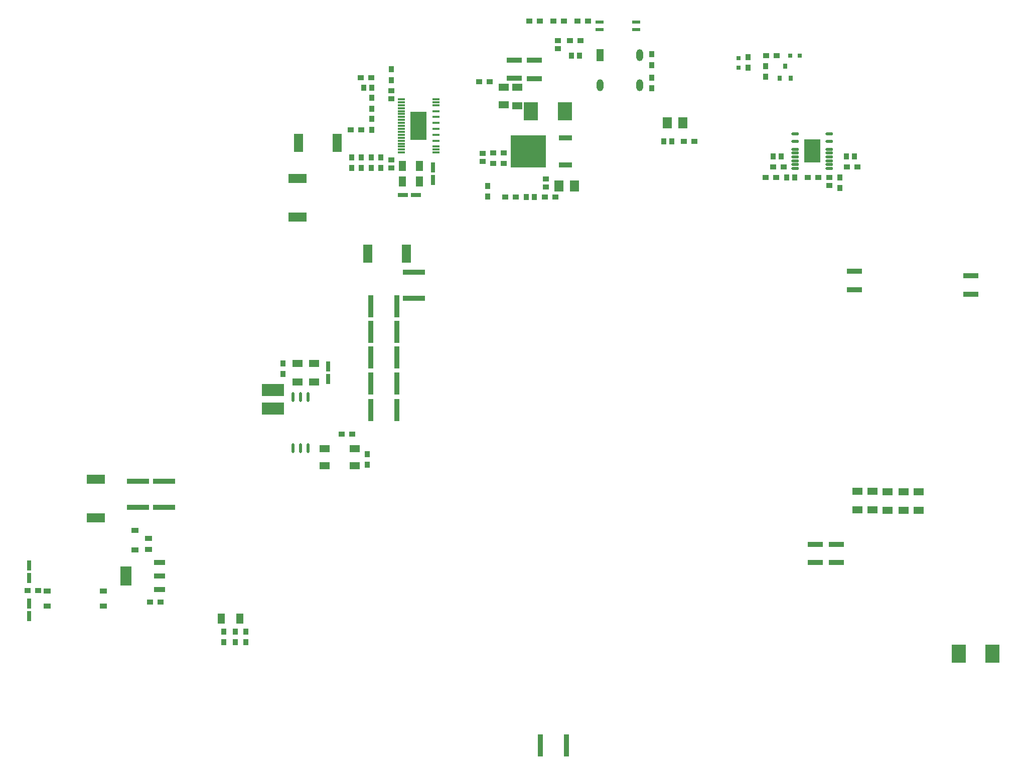
<source format=gtp>
G04*
G04 #@! TF.GenerationSoftware,Altium Limited,Altium Designer,22.5.1 (42)*
G04*
G04 Layer_Color=8421504*
%FSLAX25Y25*%
%MOIN*%
G70*
G04*
G04 #@! TF.SameCoordinates,02EF2946-DDE5-4D11-B7C9-AFF3A69701B4*
G04*
G04*
G04 #@! TF.FilePolarity,Positive*
G04*
G01*
G75*
%ADD20R,0.03150X0.03150*%
%ADD21R,0.03543X0.03937*%
%ADD22R,0.03150X0.03543*%
%ADD23R,0.03150X0.03150*%
%ADD24O,0.05118X0.01968*%
%ADD25R,0.10787X0.15197*%
%ADD26R,0.03937X0.03543*%
%ADD27R,0.06693X0.04528*%
%ADD28R,0.06102X0.07284*%
%ADD29R,0.05512X0.02165*%
%ADD30O,0.04500X0.08000*%
%ADD31R,0.04500X0.08000*%
%ADD32R,0.09843X0.03543*%
%ADD33R,0.09449X0.12402*%
%ADD34R,0.23622X0.21457*%
%ADD35R,0.09055X0.03740*%
%ADD36R,0.07087X0.05118*%
%ADD37R,0.10787X0.18701*%
%ADD38R,0.04921X0.01378*%
%ADD39R,0.05118X0.07087*%
%ADD40R,0.06890X0.02756*%
%ADD41R,0.02756X0.06890*%
%ADD42O,0.02165X0.06496*%
%ADD43R,0.14764X0.08268*%
%ADD44R,0.03543X0.14961*%
%ADD45R,0.06299X0.12205*%
%ADD46R,0.14961X0.03543*%
%ADD47R,0.04528X0.06693*%
%ADD48R,0.12205X0.06299*%
%ADD49R,0.04803X0.03583*%
%ADD50R,0.05118X0.03543*%
%ADD51R,0.07677X0.03543*%
%ADD52R,0.07677X0.12795*%
D20*
X787500Y470000D02*
D03*
Y463701D02*
D03*
D21*
X805500Y464543D02*
D03*
Y457457D02*
D03*
X864657Y404500D02*
D03*
X859342D02*
D03*
X855000Y383457D02*
D03*
Y390543D02*
D03*
X825000Y390500D02*
D03*
X819685D02*
D03*
X810500Y404500D02*
D03*
X815815D02*
D03*
X743358Y414600D02*
D03*
X738042D02*
D03*
X730000Y449957D02*
D03*
Y457043D02*
D03*
Y472500D02*
D03*
Y465413D02*
D03*
X682000Y471500D02*
D03*
X676685D02*
D03*
X646685Y377500D02*
D03*
X652000D02*
D03*
X556950Y462434D02*
D03*
Y455347D02*
D03*
X538450Y450391D02*
D03*
X543765D02*
D03*
X543950Y436391D02*
D03*
Y443477D02*
D03*
Y429477D02*
D03*
Y422391D02*
D03*
X549950Y403934D02*
D03*
Y396847D02*
D03*
X543450Y403934D02*
D03*
Y396847D02*
D03*
X536950Y403934D02*
D03*
Y396847D02*
D03*
X530450Y403934D02*
D03*
Y396847D02*
D03*
X485000Y259957D02*
D03*
Y267043D02*
D03*
X541000Y199457D02*
D03*
Y206543D02*
D03*
X445650Y88685D02*
D03*
Y81598D02*
D03*
X453150D02*
D03*
Y88685D02*
D03*
X460150Y81642D02*
D03*
Y88728D02*
D03*
X794000Y470543D02*
D03*
Y463457D02*
D03*
X621000Y385043D02*
D03*
Y377957D02*
D03*
D22*
X818500Y464437D02*
D03*
X822240Y456563D02*
D03*
X814760D02*
D03*
D23*
X828299Y471500D02*
D03*
X822000D02*
D03*
D24*
X825165Y419618D02*
D03*
Y414500D02*
D03*
Y409382D02*
D03*
Y406823D02*
D03*
Y404264D02*
D03*
Y401705D02*
D03*
Y399146D02*
D03*
Y396587D02*
D03*
X848000Y419618D02*
D03*
Y414500D02*
D03*
Y409382D02*
D03*
Y406823D02*
D03*
Y404264D02*
D03*
Y401705D02*
D03*
Y399146D02*
D03*
Y396587D02*
D03*
D25*
X836583Y408102D02*
D03*
D26*
X859457Y397500D02*
D03*
X866543D02*
D03*
X848000Y385343D02*
D03*
Y390657D02*
D03*
X840543Y390500D02*
D03*
X833457D02*
D03*
X812500D02*
D03*
X805413D02*
D03*
X810457Y397500D02*
D03*
X817543D02*
D03*
X758243Y414600D02*
D03*
X751157D02*
D03*
X687500Y494500D02*
D03*
X680413D02*
D03*
X675500Y481500D02*
D03*
X682587D02*
D03*
X667500D02*
D03*
Y476185D02*
D03*
X664457Y494500D02*
D03*
X671543D02*
D03*
X622343Y454100D02*
D03*
X615257D02*
D03*
X659500Y389657D02*
D03*
Y384343D02*
D03*
X666043Y377500D02*
D03*
X658957D02*
D03*
X639543D02*
D03*
X632457D02*
D03*
X556950Y443076D02*
D03*
Y448391D02*
D03*
X543537Y456891D02*
D03*
X536450D02*
D03*
X556950Y396891D02*
D03*
Y402206D02*
D03*
X536950Y422391D02*
D03*
X529864D02*
D03*
X523857Y219900D02*
D03*
X530943D02*
D03*
X396606Y108142D02*
D03*
X403693D02*
D03*
X322150Y115909D02*
D03*
X315063D02*
D03*
X813000Y471500D02*
D03*
X805913D02*
D03*
X648413Y494500D02*
D03*
X655500D02*
D03*
X624413Y400000D02*
D03*
X631500D02*
D03*
Y407000D02*
D03*
X624413D02*
D03*
X617500Y401185D02*
D03*
Y406500D02*
D03*
D27*
X907200Y181601D02*
D03*
Y169199D02*
D03*
X897100D02*
D03*
Y181601D02*
D03*
X886700Y169299D02*
D03*
Y181701D02*
D03*
X876700Y169499D02*
D03*
Y181901D02*
D03*
X866400Y169599D02*
D03*
Y182001D02*
D03*
X640400Y438199D02*
D03*
Y450601D02*
D03*
X494457Y266910D02*
D03*
Y254509D02*
D03*
X505457Y266910D02*
D03*
Y254509D02*
D03*
D28*
X750673Y427000D02*
D03*
X740240D02*
D03*
X668240Y385000D02*
D03*
X678673D02*
D03*
D29*
X719705Y489043D02*
D03*
Y494043D02*
D03*
X695295Y489043D02*
D03*
Y494043D02*
D03*
D30*
X722000Y452043D02*
D03*
Y472043D02*
D03*
X695500Y452043D02*
D03*
D31*
Y472043D02*
D03*
D32*
X651800Y468602D02*
D03*
Y456398D02*
D03*
X638600Y468702D02*
D03*
Y456498D02*
D03*
X838650Y134457D02*
D03*
Y146661D02*
D03*
X852650Y134457D02*
D03*
Y146661D02*
D03*
X942000Y312898D02*
D03*
Y325102D02*
D03*
X864500Y315898D02*
D03*
Y328102D02*
D03*
D33*
X672141Y434500D02*
D03*
X649700D02*
D03*
X933780Y74000D02*
D03*
X956221D02*
D03*
D34*
X647795Y408000D02*
D03*
D35*
X672598Y417016D02*
D03*
Y398984D02*
D03*
D36*
X631400Y439000D02*
D03*
Y450417D02*
D03*
X512500Y210209D02*
D03*
Y198791D02*
D03*
X532500Y210209D02*
D03*
Y198791D02*
D03*
D37*
X574950Y424891D02*
D03*
D38*
X586466Y407174D02*
D03*
Y409142D02*
D03*
Y411111D02*
D03*
Y415048D02*
D03*
Y418985D02*
D03*
Y422922D02*
D03*
Y426859D02*
D03*
Y430796D02*
D03*
Y434733D02*
D03*
Y438670D02*
D03*
Y440639D02*
D03*
Y442607D02*
D03*
X563435Y407174D02*
D03*
Y409142D02*
D03*
Y411111D02*
D03*
Y413080D02*
D03*
Y415048D02*
D03*
Y417017D02*
D03*
Y418985D02*
D03*
Y420954D02*
D03*
Y422922D02*
D03*
Y424891D02*
D03*
Y426859D02*
D03*
Y428828D02*
D03*
Y430796D02*
D03*
Y432765D02*
D03*
Y434733D02*
D03*
Y436702D02*
D03*
Y438670D02*
D03*
Y440639D02*
D03*
Y442607D02*
D03*
D39*
X564242Y387891D02*
D03*
X575659D02*
D03*
X564242Y398391D02*
D03*
X575659D02*
D03*
D40*
X564635Y378800D02*
D03*
X573100D02*
D03*
D41*
X584450Y397391D02*
D03*
Y388926D02*
D03*
X514957Y256477D02*
D03*
Y264942D02*
D03*
X316150Y98945D02*
D03*
Y107409D02*
D03*
Y132642D02*
D03*
Y124177D02*
D03*
D42*
X491500Y210472D02*
D03*
X496500D02*
D03*
X501500D02*
D03*
X491500Y244528D02*
D03*
X496500D02*
D03*
X501500D02*
D03*
D43*
X478200Y236898D02*
D03*
Y249102D02*
D03*
D44*
X543177Y236000D02*
D03*
X560500D02*
D03*
X543177Y253500D02*
D03*
X560500D02*
D03*
X543177Y271000D02*
D03*
X560500D02*
D03*
X543177Y288000D02*
D03*
X560500D02*
D03*
X543177Y305000D02*
D03*
X560500D02*
D03*
X655839Y13000D02*
D03*
X673161D02*
D03*
D45*
X541205Y340000D02*
D03*
X566795D02*
D03*
X520795Y413500D02*
D03*
X495205D02*
D03*
D46*
X572000Y327500D02*
D03*
Y310177D02*
D03*
X406000Y188661D02*
D03*
Y171339D02*
D03*
X388500Y188661D02*
D03*
Y171339D02*
D03*
D47*
X456350Y97409D02*
D03*
X443949D02*
D03*
D48*
X360400Y164405D02*
D03*
Y189995D02*
D03*
X494600Y390000D02*
D03*
Y364409D02*
D03*
D49*
X386500Y143063D02*
D03*
Y155937D02*
D03*
D50*
X395500Y150740D02*
D03*
Y143260D02*
D03*
X365701Y105500D02*
D03*
Y115500D02*
D03*
X328299Y105500D02*
D03*
Y115500D02*
D03*
D51*
X402772Y116587D02*
D03*
Y125642D02*
D03*
Y134697D02*
D03*
D52*
X380528Y125642D02*
D03*
M02*

</source>
